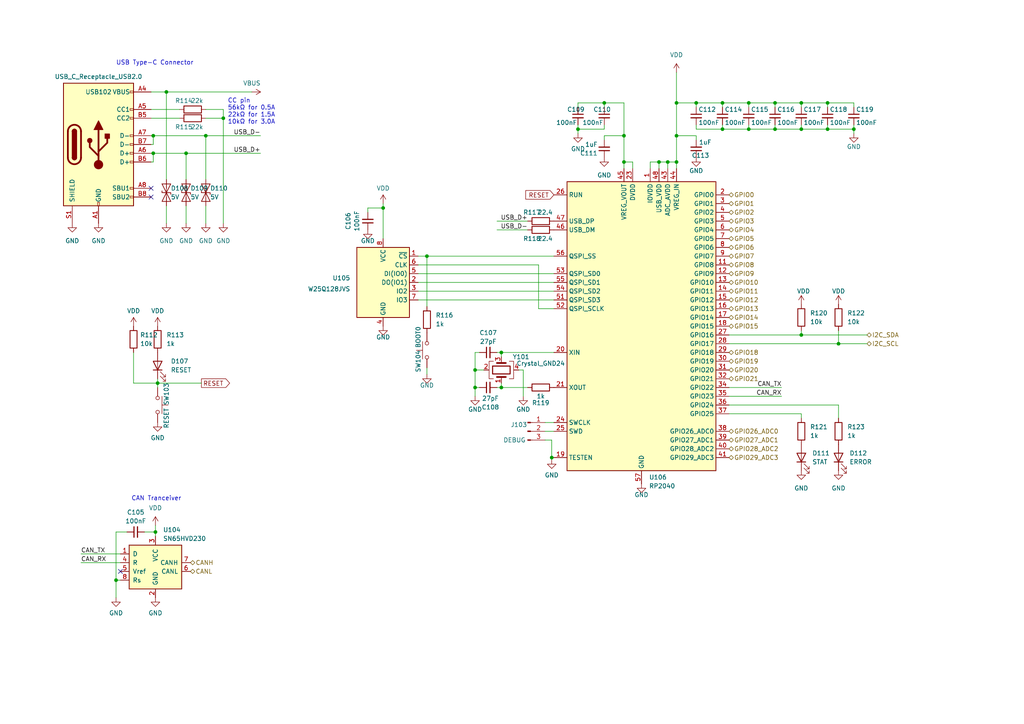
<source format=kicad_sch>
(kicad_sch (version 20231120) (generator "eeschema") (generator_version "8.0")
  (paper "A4")
  (lib_symbols
    (symbol "Connector:Conn_01x03_Pin" (pin_names (offset 1.016) hide)
      (property "Reference" "J" (at 0 5.08 0))
      (property "Value" "Conn_01x03_Pin" (at 0 -5.08 0))
      (symbol "Conn_01x03_Pin_1_1"
        (polyline (pts (xy 1.27 -2.54) (xy 0.8636 -2.54)) (stroke (width 0.1524)))
        (polyline (pts (xy 1.27 0) (xy 0.8636 0)) (stroke (width 0.1524)))
        (polyline (pts (xy 1.27 2.54) (xy 0.8636 2.54)) (stroke (width 0.1524)))
        (rectangle (start 0.8636 -2.413) (end 0 -2.667) (stroke (width 0.1524)) (fill (type outline)))
        (rectangle (start 0.8636 0.127) (end 0 -0.127) (stroke (width 0.1524)) (fill (type outline)))
        (rectangle (start 0.8636 2.667) (end 0 2.413) (stroke (width 0.1524)) (fill (type outline)))
        (pin passive line (at 5.08 2.54 180) (length 3.81) (name "Pin_1") (number "1"))
        (pin passive line (at 5.08 0 180) (length 3.81) (name "Pin_2") (number "2"))
        (pin passive line (at 5.08 -2.54 180) (length 3.81) (name "Pin_3") (number "3"))
      )
    )
    (symbol "Connector:USB_C_Receptacle_USB2.0" (pin_names (offset 1.016))
      (property "Reference" "J" (at -10.16 19.05 0))
      (property "Value" "USB_C_Receptacle_USB2.0" (at 19.05 19.05 0))
      (symbol "USB_C_Receptacle_USB2.0_0_0"
        (rectangle (start -0.254 -17.78) (end 0.254 -16.764))
        (rectangle (start 10.16 -14.986) (end 9.144 -15.494))
        (rectangle (start 10.16 -12.446) (end 9.144 -12.954))
        (rectangle (start 10.16 -4.826) (end 9.144 -5.334))
        (rectangle (start 10.16 -2.286) (end 9.144 -2.794))
        (rectangle (start 10.16 0.254) (end 9.144 -0.254))
        (rectangle (start 10.16 2.794) (end 9.144 2.286))
        (rectangle (start 10.16 7.874) (end 9.144 7.366))
        (rectangle (start 10.16 10.414) (end 9.144 9.906))
        (rectangle (start 10.16 15.494) (end 9.144 14.986))
      )
      (symbol "USB_C_Receptacle_USB2.0_0_1"
        (rectangle (start -10.16 17.78) (end 10.16 -17.78) (stroke (width 0.254)) (fill (type background)))
        (arc (start -8.89 -3.81) (mid -6.985 -5.7067) (end -5.08 -3.81) (stroke (width 0.508)))
        (arc (start -7.62 -3.81) (mid -6.985 -4.4423) (end -6.35 -3.81) (stroke (width 0.254)))
        (arc (start -7.62 -3.81) (mid -6.985 -4.4423) (end -6.35 -3.81) (stroke (width 0.254)) (fill (type outline)))
        (rectangle (start -7.62 -3.81) (end -6.35 3.81) (stroke (width 0.254)) (fill (type outline)))
        (arc (start -6.35 3.81) (mid -6.985 4.4423) (end -7.62 3.81) (stroke (width 0.254)))
        (arc (start -6.35 3.81) (mid -6.985 4.4423) (end -7.62 3.81) (stroke (width 0.254)) (fill (type outline)))
        (arc (start -5.08 3.81) (mid -6.985 5.7067) (end -8.89 3.81) (stroke (width 0.508)))
        (circle (center -2.54 1.143) (radius 0.635) (stroke (width 0.254)) (fill (type outline)))
        (circle (center 0 -5.842) (radius 1.27) (fill (type outline)))
        (polyline (pts (xy -8.89 -3.81) (xy -8.89 3.81)) (stroke (width 0.508)))
        (polyline (pts (xy -5.08 3.81) (xy -5.08 -3.81)) (stroke (width 0.508)))
        (polyline (pts (xy 0 -5.842) (xy 0 4.318)) (stroke (width 0.508)))
        (polyline (pts (xy 0 -3.302) (xy -2.54 -0.762) (xy -2.54 0.508)) (stroke (width 0.508)))
        (polyline (pts (xy 0 -2.032) (xy 2.54 0.508) (xy 2.54 1.778)) (stroke (width 0.508)))
        (polyline (pts (xy -1.27 4.318) (xy 0 6.858) (xy 1.27 4.318) (xy -1.27 4.318)) (stroke (width 0.254)) (fill (type outline)))
        (rectangle (start 1.905 1.778) (end 3.175 3.048) (stroke (width 0.254)) (fill (type outline)))
      )
      (symbol "USB_C_Receptacle_USB2.0_1_1"
        (pin passive line (at 0 -22.86 90) (length 5.08) (name "GND") (number "A1"))
        (pin passive line (at 0 -22.86 90) (length 5.08) hide (name "GND") (number "A12"))
        (pin passive line (at 15.24 15.24 180) (length 5.08) (name "VBUS") (number "A4"))
        (pin bidirectional line (at 15.24 10.16 180) (length 5.08) (name "CC1") (number "A5"))
        (pin bidirectional line (at 15.24 -2.54 180) (length 5.08) (name "D+") (number "A6"))
        (pin bidirectional line (at 15.24 2.54 180) (length 5.08) (name "D-") (number "A7"))
        (pin bidirectional line (at 15.24 -12.7 180) (length 5.08) (name "SBU1") (number "A8"))
        (pin passive line (at 15.24 15.24 180) (length 5.08) hide (name "VBUS") (number "A9"))
        (pin passive line (at 0 -22.86 90) (length 5.08) hide (name "GND") (number "B1"))
        (pin passive line (at 0 -22.86 90) (length 5.08) hide (name "GND") (number "B12"))
        (pin passive line (at 15.24 15.24 180) (length 5.08) hide (name "VBUS") (number "B4"))
        (pin bidirectional line (at 15.24 7.62 180) (length 5.08) (name "CC2") (number "B5"))
        (pin bidirectional line (at 15.24 -5.08 180) (length 5.08) (name "D+") (number "B6"))
        (pin bidirectional line (at 15.24 0 180) (length 5.08) (name "D-") (number "B7"))
        (pin bidirectional line (at 15.24 -15.24 180) (length 5.08) (name "SBU2") (number "B8"))
        (pin passive line (at 15.24 15.24 180) (length 5.08) hide (name "VBUS") (number "B9"))
        (pin passive line (at -7.62 -22.86 90) (length 5.08) (name "SHIELD") (number "S1"))
      )
    )
    (symbol "Device:C_Small" (pin_numbers hide) (pin_names (offset 0.254) hide)
      (property "Reference" "C" (at 0.254 1.778 0))
      (property "Value" "C_Small" (at 0.254 -2.032 0))
      (symbol "C_Small_0_1"
        (polyline (pts (xy -1.524 -0.508) (xy 1.524 -0.508)) (stroke (width 0.3302)))
        (polyline (pts (xy -1.524 0.508) (xy 1.524 0.508)) (stroke (width 0.3048)))
      )
      (symbol "C_Small_1_1"
        (pin passive line (at 0 2.54 270) (length 2.032) (name "~") (number "1"))
        (pin passive line (at 0 -2.54 90) (length 2.032) (name "~") (number "2"))
      )
    )
    (symbol "Device:Crystal_GND24" (pin_names (offset 1.016) hide)
      (property "Reference" "Y" (at 3.175 5.08 0))
      (property "Value" "Crystal_GND24" (at 3.175 3.175 0))
      (symbol "Crystal_GND24_0_1"
        (rectangle (start -1.143 2.54) (end 1.143 -2.54) (stroke (width 0.3048)))
        (polyline (pts (xy -2.54 0) (xy -2.032 0)))
        (polyline (pts (xy -2.032 -1.27) (xy -2.032 1.27)) (stroke (width 0.508)))
        (polyline (pts (xy 0 -3.81) (xy 0 -3.556)))
        (polyline (pts (xy 0 3.556) (xy 0 3.81)))
        (polyline (pts (xy 2.032 -1.27) (xy 2.032 1.27)) (stroke (width 0.508)))
        (polyline (pts (xy 2.032 0) (xy 2.54 0)))
        (polyline (pts (xy -2.54 -2.286) (xy -2.54 -3.556) (xy 2.54 -3.556) (xy 2.54 -2.286)))
        (polyline (pts (xy -2.54 2.286) (xy -2.54 3.556) (xy 2.54 3.556) (xy 2.54 2.286)))
      )
      (symbol "Crystal_GND24_1_1"
        (pin passive line (at -3.81 0 0) (length 1.27) (name "1") (number "1"))
        (pin passive line (at 0 5.08 270) (length 1.27) (name "2") (number "2"))
        (pin passive line (at 3.81 0 180) (length 1.27) (name "3") (number "3"))
        (pin passive line (at 0 -5.08 90) (length 1.27) (name "4") (number "4"))
      )
    )
    (symbol "Device:LED" (pin_numbers hide) (pin_names (offset 1.016) hide)
      (property "Reference" "D" (at 0 2.54 0))
      (property "Value" "LED" (at 0 -2.54 0))
      (symbol "LED_0_1"
        (polyline (pts (xy -1.27 -1.27) (xy -1.27 1.27)) (stroke (width 0.254)))
        (polyline (pts (xy -1.27 0) (xy 1.27 0)))
        (polyline (pts (xy 1.27 -1.27) (xy 1.27 1.27) (xy -1.27 0) (xy 1.27 -1.27)) (stroke (width 0.254)))
        (polyline (pts (xy -3.048 -0.762) (xy -4.572 -2.286) (xy -3.81 -2.286) (xy -4.572 -2.286) (xy -4.572 -1.524)))
        (polyline (pts (xy -1.778 -0.762) (xy -3.302 -2.286) (xy -2.54 -2.286) (xy -3.302 -2.286) (xy -3.302 -1.524)))
      )
      (symbol "LED_1_1"
        (pin passive line (at -3.81 0 0) (length 2.54) (name "K") (number "1"))
        (pin passive line (at 3.81 0 180) (length 2.54) (name "A") (number "2"))
      )
    )
    (symbol "Device:R" (pin_numbers hide) (pin_names (offset 0))
      (property "Reference" "R" (at 2.032 0 90))
      (property "Value" "R" (at 0 0 90))
      (symbol "R_0_1"
        (rectangle (start -1.016 -2.54) (end 1.016 2.54) (stroke (width 0.254)))
      )
      (symbol "R_1_1"
        (pin passive line (at 0 3.81 270) (length 1.27) (name "~") (number "1"))
        (pin passive line (at 0 -3.81 90) (length 1.27) (name "~") (number "2"))
      )
    )
    (symbol "Diode:ESD9B5.0ST5G" (pin_numbers hide) (pin_names (offset 1.016) hide)
      (property "Reference" "D" (at 0 2.54 0))
      (property "Value" "ESD9B5.0ST5G" (at 0 -2.54 0))
      (symbol "ESD9B5.0ST5G_0_1"
        (polyline (pts (xy 1.27 0) (xy -1.27 0)))
        (polyline (pts (xy -2.54 -1.27) (xy 0 0) (xy -2.54 1.27) (xy -2.54 -1.27)) (stroke (width 0.2032)))
        (polyline (pts (xy 0.508 1.27) (xy 0 1.27) (xy 0 -1.27) (xy -0.508 -1.27)) (stroke (width 0.2032)))
        (polyline (pts (xy 2.54 1.27) (xy 2.54 -1.27) (xy 0 0) (xy 2.54 1.27)) (stroke (width 0.2032)))
      )
      (symbol "ESD9B5.0ST5G_1_1"
        (pin passive line (at -3.81 0 0) (length 2.54) (name "A1") (number "1"))
        (pin passive line (at 3.81 0 180) (length 2.54) (name "A2") (number "2"))
      )
    )
    (symbol "Interface_CAN_LIN:SN65HVD230" (pin_names (offset 1.016))
      (property "Reference" "U" (at -2.54 10.16 0))
      (property "Value" "SN65HVD230" (at -2.54 7.62 0))
      (symbol "SN65HVD230_0_1"
        (rectangle (start -7.62 5.08) (end 7.62 -7.62) (stroke (width 0.254)) (fill (type background)))
      )
      (symbol "SN65HVD230_1_1"
        (pin input line (at -10.16 2.54 0) (length 2.54) (name "D") (number "1"))
        (pin power_in line (at 0 -10.16 90) (length 2.54) (name "GND") (number "2"))
        (pin power_in line (at 0 7.62 270) (length 2.54) (name "VCC") (number "3"))
        (pin output line (at -10.16 0 0) (length 2.54) (name "R") (number "4"))
        (pin output line (at -10.16 -2.54 0) (length 2.54) (name "Vref") (number "5"))
        (pin bidirectional line (at 10.16 -2.54 180) (length 2.54) (name "CANL") (number "6"))
        (pin bidirectional line (at 10.16 0 180) (length 2.54) (name "CANH") (number "7"))
        (pin input line (at -10.16 -5.08 0) (length 2.54) (name "Rs") (number "8"))
      )
    )
    (symbol "MCU_RaspberryPi:RP2040"
      (property "Reference" "U" (at 17.78 45.72 0))
      (property "Value" "RP2040" (at 17.78 43.18 0))
      (symbol "RP2040_0_1"
        (rectangle (start -21.59 41.91) (end 21.59 -41.91) (stroke (width 0.254)) (fill (type background)))
      )
      (symbol "RP2040_1_1"
        (pin power_in line (at 2.54 45.72 270) (length 3.81) (name "IOVDD") (number "1"))
        (pin passive line (at 2.54 45.72 270) (length 3.81) hide (name "IOVDD") (number "10"))
        (pin bidirectional line (at 25.4 17.78 180) (length 3.81) (name "GPIO8") (number "11"))
        (pin bidirectional line (at 25.4 15.24 180) (length 3.81) (name "GPIO9") (number "12"))
        (pin bidirectional line (at 25.4 12.7 180) (length 3.81) (name "GPIO10") (number "13"))
        (pin bidirectional line (at 25.4 10.16 180) (length 3.81) (name "GPIO11") (number "14"))
        (pin bidirectional line (at 25.4 7.62 180) (length 3.81) (name "GPIO12") (number "15"))
        (pin bidirectional line (at 25.4 5.08 180) (length 3.81) (name "GPIO13") (number "16"))
        (pin bidirectional line (at 25.4 2.54 180) (length 3.81) (name "GPIO14") (number "17"))
        (pin bidirectional line (at 25.4 0 180) (length 3.81) (name "GPIO15") (number "18"))
        (pin input line (at -25.4 -38.1 0) (length 3.81) (name "TESTEN") (number "19"))
        (pin bidirectional line (at 25.4 38.1 180) (length 3.81) (name "GPIO0") (number "2"))
        (pin input line (at -25.4 -7.62 0) (length 3.81) (name "XIN") (number "20"))
        (pin passive line (at -25.4 -17.78 0) (length 3.81) (name "XOUT") (number "21"))
        (pin passive line (at 2.54 45.72 270) (length 3.81) hide (name "IOVDD") (number "22"))
        (pin power_in line (at -2.54 45.72 270) (length 3.81) (name "DVDD") (number "23"))
        (pin input line (at -25.4 -27.94 0) (length 3.81) (name "SWCLK") (number "24"))
        (pin bidirectional line (at -25.4 -30.48 0) (length 3.81) (name "SWD") (number "25"))
        (pin input line (at -25.4 38.1 0) (length 3.81) (name "RUN") (number "26"))
        (pin bidirectional line (at 25.4 -2.54 180) (length 3.81) (name "GPIO16") (number "27"))
        (pin bidirectional line (at 25.4 -5.08 180) (length 3.81) (name "GPIO17") (number "28"))
        (pin bidirectional line (at 25.4 -7.62 180) (length 3.81) (name "GPIO18") (number "29"))
        (pin bidirectional line (at 25.4 35.56 180) (length 3.81) (name "GPIO1") (number "3"))
        (pin bidirectional line (at 25.4 -10.16 180) (length 3.81) (name "GPIO19") (number "30"))
        (pin bidirectional line (at 25.4 -12.7 180) (length 3.81) (name "GPIO20") (number "31"))
        (pin bidirectional line (at 25.4 -15.24 180) (length 3.81) (name "GPIO21") (number "32"))
        (pin passive line (at 2.54 45.72 270) (length 3.81) hide (name "IOVDD") (number "33"))
        (pin bidirectional line (at 25.4 -17.78 180) (length 3.81) (name "GPIO22") (number "34"))
        (pin bidirectional line (at 25.4 -20.32 180) (length 3.81) (name "GPIO23") (number "35"))
        (pin bidirectional line (at 25.4 -22.86 180) (length 3.81) (name "GPIO24") (number "36"))
        (pin bidirectional line (at 25.4 -25.4 180) (length 3.81) (name "GPIO25") (number "37"))
        (pin bidirectional line (at 25.4 -30.48 180) (length 3.81) (name "GPIO26_ADC0") (number "38"))
        (pin bidirectional line (at 25.4 -33.02 180) (length 3.81) (name "GPIO27_ADC1") (number "39"))
        (pin bidirectional line (at 25.4 33.02 180) (length 3.81) (name "GPIO2") (number "4"))
        (pin bidirectional line (at 25.4 -35.56 180) (length 3.81) (name "GPIO28_ADC2") (number "40"))
        (pin bidirectional line (at 25.4 -38.1 180) (length 3.81) (name "GPIO29_ADC3") (number "41"))
        (pin passive line (at 2.54 45.72 270) (length 3.81) hide (name "IOVDD") (number "42"))
        (pin power_in line (at 7.62 45.72 270) (length 3.81) (name "ADC_AVDD") (number "43"))
        (pin power_in line (at 10.16 45.72 270) (length 3.81) (name "VREG_IN") (number "44"))
        (pin power_out line (at -5.08 45.72 270) (length 3.81) (name "VREG_VOUT") (number "45"))
        (pin bidirectional line (at -25.4 27.94 0) (length 3.81) (name "USB_DM") (number "46"))
        (pin bidirectional line (at -25.4 30.48 0) (length 3.81) (name "USB_DP") (number "47"))
        (pin power_in line (at 5.08 45.72 270) (length 3.81) (name "USB_VDD") (number "48"))
        (pin passive line (at 2.54 45.72 270) (length 3.81) hide (name "IOVDD") (number "49"))
        (pin bidirectional line (at 25.4 30.48 180) (length 3.81) (name "GPIO3") (number "5"))
        (pin passive line (at -2.54 45.72 270) (length 3.81) hide (name "DVDD") (number "50"))
        (pin bidirectional line (at -25.4 7.62 0) (length 3.81) (name "QSPI_SD3") (number "51"))
        (pin output line (at -25.4 5.08 0) (length 3.81) (name "QSPI_SCLK") (number "52"))
        (pin bidirectional line (at -25.4 15.24 0) (length 3.81) (name "QSPI_SD0") (number "53"))
        (pin bidirectional line (at -25.4 10.16 0) (length 3.81) (name "QSPI_SD2") (number "54"))
        (pin bidirectional line (at -25.4 12.7 0) (length 3.81) (name "QSPI_SD1") (number "55"))
        (pin bidirectional line (at -25.4 20.32 0) (length 3.81) (name "QSPI_SS") (number "56"))
        (pin power_in line (at 0 -45.72 90) (length 3.81) (name "GND") (number "57"))
        (pin bidirectional line (at 25.4 27.94 180) (length 3.81) (name "GPIO4") (number "6"))
        (pin bidirectional line (at 25.4 25.4 180) (length 3.81) (name "GPIO5") (number "7"))
        (pin bidirectional line (at 25.4 22.86 180) (length 3.81) (name "GPIO6") (number "8"))
        (pin bidirectional line (at 25.4 20.32 180) (length 3.81) (name "GPIO7") (number "9"))
      )
    )
    (symbol "Memory_Flash:W25Q128JVS"
      (property "Reference" "U" (at -8.89 8.89 0))
      (property "Value" "W25Q128JVS" (at 7.62 8.89 0))
      (symbol "W25Q128JVS_0_1"
        (rectangle (start -7.62 10.16) (end 7.62 -10.16) (stroke (width 0.254)) (fill (type background)))
      )
      (symbol "W25Q128JVS_1_1"
        (pin input line (at -10.16 7.62 0) (length 2.54) (name "~{CS}") (number "1"))
        (pin bidirectional line (at -10.16 0 0) (length 2.54) (name "DO(IO1)") (number "2"))
        (pin bidirectional line (at -10.16 -2.54 0) (length 2.54) (name "IO2") (number "3"))
        (pin power_in line (at 0 -12.7 90) (length 2.54) (name "GND") (number "4"))
        (pin bidirectional line (at -10.16 2.54 0) (length 2.54) (name "DI(IO0)") (number "5"))
        (pin input line (at -10.16 5.08 0) (length 2.54) (name "CLK") (number "6"))
        (pin bidirectional line (at -10.16 -5.08 0) (length 2.54) (name "IO3") (number "7"))
        (pin power_in line (at 0 12.7 270) (length 2.54) (name "VCC") (number "8"))
      )
    )
    (symbol "Switch:SW_Push" (pin_numbers hide) (pin_names (offset 1.016) hide)
      (property "Reference" "SW" (at 1.27 2.54 0))
      (property "Value" "SW_Push" (at 0 -1.524 0))
      (symbol "SW_Push_0_1"
        (circle (center -2.032 0) (radius 0.508))
        (polyline (pts (xy 0 1.27) (xy 0 3.048)))
        (polyline (pts (xy 2.54 1.27) (xy -2.54 1.27)))
        (circle (center 2.032 0) (radius 0.508))
        (pin passive line (at -5.08 0 0) (length 2.54) (name "1") (number "1"))
        (pin passive line (at 5.08 0 180) (length 2.54) (name "2") (number "2"))
      )
    )
    (symbol "power:GND" (power) (pin_names (offset 0))
      (property "Value" "GND" (at 0 -3.81 0))
      (symbol "GND_0_1"
        (polyline (pts (xy 0 0) (xy 0 -1.27) (xy 1.27 -1.27) (xy 0 -2.54) (xy -1.27 -1.27) (xy 0 -1.27)))
      )
      (symbol "GND_1_1"
        (pin power_in line (at 0 0 270) (length 0) hide (name "GND") (number "1"))
      )
    )
    (symbol "power:VBUS" (power) (pin_names (offset 0))
      (property "Value" "VBUS" (at 0 3.81 0))
      (symbol "VBUS_0_1"
        (polyline (pts (xy -0.762 1.27) (xy 0 2.54)))
        (polyline (pts (xy 0 0) (xy 0 2.54)))
        (polyline (pts (xy 0 2.54) (xy 0.762 1.27)))
      )
      (symbol "VBUS_1_1"
        (pin power_in line (at 0 0 90) (length 0) hide (name "VBUS") (number "1"))
      )
    )
    (symbol "power:VDD" (power) (pin_names (offset 0))
      (property "Value" "VDD" (at 0 3.81 0))
      (symbol "VDD_0_1"
        (polyline (pts (xy -0.762 1.27) (xy 0 2.54)))
        (polyline (pts (xy 0 0) (xy 0 2.54)))
        (polyline (pts (xy 0 2.54) (xy 0.762 1.27)))
      )
      (symbol "VDD_1_1"
        (pin power_in line (at 0 0 90) (length 0) hide (name "VDD") (number "1"))
      )
    )
  )
  (junction (at 160.02 132.715))
  (junction (at 240.03 29.845))
  (junction (at 224.79 29.845))
  (junction (at 240.03 37.465))
  (junction (at 167.64 37.465))
  (junction (at 247.65 37.465))
  (junction (at 191.135 46.99))
  (junction (at 111.125 60.325))
  (junction (at 137.795 107.315))
  (junction (at 196.215 29.845))
  (junction (at 145.415 112.395))
  (junction (at 45.085 154.305))
  (junction (at 45.72 111.125))
  (junction (at 59.69 39.37))
  (junction (at 232.41 29.845))
  (junction (at 196.215 46.99))
  (junction (at 243.205 99.695))
  (junction (at 44.45 44.45))
  (junction (at 201.93 29.845))
  (junction (at 145.415 102.235))
  (junction (at 180.975 46.99))
  (junction (at 193.675 46.99))
  (junction (at 53.975 44.45))
  (junction (at 224.79 37.465))
  (junction (at 209.55 29.845))
  (junction (at 175.26 29.845))
  (junction (at 232.41 37.465))
  (junction (at 196.215 39.37))
  (junction (at 180.975 39.37))
  (junction (at 209.55 37.465))
  (junction (at 44.45 39.37))
  (junction (at 217.17 29.845))
  (junction (at 48.26 26.67))
  (junction (at 123.825 74.295))
  (junction (at 64.77 34.29))
  (junction (at 232.41 97.155))
  (junction (at 33.655 168.275))
  (junction (at 217.17 37.465))
  (junction (at 137.795 112.395))
  (no_connect (at 34.925 165.735))
  (no_connect (at 43.815 57.15))
  (no_connect (at 43.815 54.61))
  (wire (pts (xy 196.215 29.845) (xy 201.93 29.845)))
  (wire (pts (xy 44.45 39.37) (xy 59.69 39.37)))
  (wire (pts (xy 191.135 46.99) (xy 191.135 48.895)))
  (wire (pts (xy 232.41 29.845) (xy 240.03 29.845)))
  (wire (pts (xy 23.495 163.195) (xy 34.925 163.195)))
  (wire (pts (xy 53.975 64.77) (xy 53.975 59.69)))
  (wire (pts (xy 106.68 61.595) (xy 106.68 60.325)))
  (wire (pts (xy 43.815 39.37) (xy 44.45 39.37)))
  (wire (pts (xy 240.03 29.845) (xy 247.65 29.845)))
  (wire (pts (xy 23.495 160.655) (xy 34.925 160.655)))
  (wire (pts (xy 232.41 37.465) (xy 224.79 37.465)))
  (wire (pts (xy 45.72 112.395) (xy 45.72 111.125)))
  (wire (pts (xy 158.115 125.095) (xy 160.655 125.095)))
  (wire (pts (xy 33.655 168.275) (xy 34.925 168.275)))
  (wire (pts (xy 144.145 102.235) (xy 145.415 102.235)))
  (wire (pts (xy 53.975 44.45) (xy 53.975 52.07)))
  (wire (pts (xy 167.64 29.845) (xy 175.26 29.845)))
  (wire (pts (xy 121.285 79.375) (xy 160.655 79.375)))
  (wire (pts (xy 43.815 46.99) (xy 44.45 46.99)))
  (wire (pts (xy 145.415 102.235) (xy 160.655 102.235)))
  (wire (pts (xy 59.69 64.77) (xy 59.69 59.69)))
  (wire (pts (xy 232.41 97.155) (xy 211.455 97.155)))
  (wire (pts (xy 139.065 102.235) (xy 137.795 102.235)))
  (wire (pts (xy 121.285 84.455) (xy 160.655 84.455)))
  (wire (pts (xy 211.455 117.475) (xy 243.205 117.475)))
  (wire (pts (xy 41.91 154.305) (xy 45.085 154.305)))
  (wire (pts (xy 193.675 46.99) (xy 193.675 48.895)))
  (wire (pts (xy 191.135 46.99) (xy 193.675 46.99)))
  (wire (pts (xy 48.26 26.67) (xy 43.815 26.67)))
  (wire (pts (xy 247.65 37.465) (xy 247.65 38.735)))
  (wire (pts (xy 44.45 41.91) (xy 44.45 39.37)))
  (wire (pts (xy 193.675 46.99) (xy 196.215 46.99)))
  (wire (pts (xy 59.69 31.75) (xy 64.77 31.75)))
  (wire (pts (xy 183.515 46.99) (xy 180.975 46.99)))
  (wire (pts (xy 217.17 29.845) (xy 217.17 31.115)))
  (wire (pts (xy 175.26 40.64) (xy 175.26 39.37)))
  (wire (pts (xy 196.215 39.37) (xy 201.93 39.37)))
  (wire (pts (xy 175.26 29.845) (xy 175.26 31.115)))
  (wire (pts (xy 75.565 44.45) (xy 53.975 44.45)))
  (wire (pts (xy 153.035 64.135) (xy 144.145 64.135)))
  (wire (pts (xy 196.215 29.845) (xy 196.215 39.37)))
  (wire (pts (xy 217.17 37.465) (xy 217.17 36.195)))
  (wire (pts (xy 188.595 48.895) (xy 188.595 46.99)))
  (wire (pts (xy 167.64 36.195) (xy 167.64 37.465)))
  (wire (pts (xy 44.45 46.99) (xy 44.45 44.45)))
  (wire (pts (xy 201.93 39.37) (xy 201.93 40.64)))
  (wire (pts (xy 52.07 31.75) (xy 43.815 31.75)))
  (wire (pts (xy 43.815 41.91) (xy 44.45 41.91)))
  (wire (pts (xy 137.795 112.395) (xy 139.065 112.395)))
  (wire (pts (xy 151.765 107.315) (xy 151.765 114.935)))
  (wire (pts (xy 64.77 31.75) (xy 64.77 34.29)))
  (wire (pts (xy 160.02 133.35) (xy 160.02 132.715)))
  (wire (pts (xy 33.655 168.275) (xy 33.655 154.305)))
  (wire (pts (xy 217.17 37.465) (xy 209.55 37.465)))
  (wire (pts (xy 73.025 26.67) (xy 48.26 26.67)))
  (wire (pts (xy 121.285 74.295) (xy 123.825 74.295)))
  (wire (pts (xy 150.495 107.315) (xy 151.765 107.315)))
  (wire (pts (xy 167.64 37.465) (xy 167.64 38.735)))
  (wire (pts (xy 247.65 29.845) (xy 247.65 31.115)))
  (wire (pts (xy 209.55 37.465) (xy 201.93 37.465)))
  (wire (pts (xy 144.145 112.395) (xy 145.415 112.395)))
  (wire (pts (xy 180.975 39.37) (xy 180.975 46.99)))
  (wire (pts (xy 111.125 59.055) (xy 111.125 60.325)))
  (wire (pts (xy 211.455 120.015) (xy 232.41 120.015)))
  (wire (pts (xy 38.735 111.125) (xy 45.72 111.125)))
  (wire (pts (xy 45.085 154.305) (xy 45.085 155.575)))
  (wire (pts (xy 232.41 95.885) (xy 232.41 97.155)))
  (wire (pts (xy 196.215 46.99) (xy 196.215 48.895)))
  (wire (pts (xy 123.825 74.295) (xy 160.655 74.295)))
  (wire (pts (xy 211.455 112.395) (xy 226.695 112.395)))
  (wire (pts (xy 123.825 74.295) (xy 123.825 88.9)))
  (wire (pts (xy 196.215 46.99) (xy 196.215 39.37)))
  (wire (pts (xy 167.64 31.115) (xy 167.64 29.845)))
  (wire (pts (xy 137.795 112.395) (xy 137.795 114.935)))
  (wire (pts (xy 123.825 108.585) (xy 123.825 106.68)))
  (wire (pts (xy 38.735 102.235) (xy 38.735 111.125)))
  (wire (pts (xy 58.42 111.125) (xy 45.72 111.125)))
  (wire (pts (xy 59.69 34.29) (xy 64.77 34.29)))
  (wire (pts (xy 247.65 37.465) (xy 240.03 37.465)))
  (wire (pts (xy 217.17 29.845) (xy 224.79 29.845)))
  (wire (pts (xy 45.085 152.4) (xy 45.085 154.305)))
  (wire (pts (xy 153.035 112.395) (xy 145.415 112.395)))
  (wire (pts (xy 240.03 37.465) (xy 240.03 36.195)))
  (wire (pts (xy 137.795 107.315) (xy 140.335 107.315)))
  (wire (pts (xy 226.695 114.935) (xy 211.455 114.935)))
  (wire (pts (xy 106.68 60.325) (xy 111.125 60.325)))
  (wire (pts (xy 153.035 66.675) (xy 144.145 66.675)))
  (wire (pts (xy 45.72 109.855) (xy 45.72 111.125)))
  (wire (pts (xy 232.41 121.285) (xy 232.41 120.015)))
  (wire (pts (xy 145.415 111.125) (xy 145.415 112.395)))
  (wire (pts (xy 180.975 29.845) (xy 180.975 39.37)))
  (wire (pts (xy 167.64 37.465) (xy 175.26 37.465)))
  (wire (pts (xy 251.46 99.695) (xy 243.205 99.695)))
  (wire (pts (xy 209.55 37.465) (xy 209.55 36.195)))
  (wire (pts (xy 175.26 29.845) (xy 180.975 29.845)))
  (wire (pts (xy 224.79 29.845) (xy 224.79 31.115)))
  (wire (pts (xy 158.115 122.555) (xy 160.655 122.555)))
  (wire (pts (xy 59.69 39.37) (xy 75.565 39.37)))
  (wire (pts (xy 209.55 29.845) (xy 217.17 29.845)))
  (wire (pts (xy 196.2 29.845) (xy 196.215 29.845)))
  (wire (pts (xy 175.26 37.465) (xy 175.26 36.195)))
  (wire (pts (xy 156.21 89.535) (xy 156.21 76.835)))
  (wire (pts (xy 48.26 64.77) (xy 48.26 59.69)))
  (wire (pts (xy 232.41 29.845) (xy 232.41 31.115)))
  (wire (pts (xy 59.69 39.37) (xy 59.69 52.07)))
  (wire (pts (xy 145.415 103.505) (xy 145.415 102.235)))
  (wire (pts (xy 180.975 46.99) (xy 180.975 48.895)))
  (wire (pts (xy 175.26 39.37) (xy 180.975 39.37)))
  (wire (pts (xy 121.285 86.995) (xy 160.655 86.995)))
  (wire (pts (xy 53.975 44.45) (xy 44.45 44.45)))
  (wire (pts (xy 209.55 29.845) (xy 209.55 31.115)))
  (wire (pts (xy 156.21 76.835) (xy 121.285 76.835)))
  (wire (pts (xy 247.65 36.195) (xy 247.65 37.465)))
  (wire (pts (xy 183.515 48.895) (xy 183.515 46.99)))
  (wire (pts (xy 137.795 102.235) (xy 137.795 107.315)))
  (wire (pts (xy 160.02 132.715) (xy 160.655 132.715)))
  (wire (pts (xy 251.46 97.155) (xy 232.41 97.155)))
  (wire (pts (xy 33.655 173.355) (xy 33.655 168.275)))
  (wire (pts (xy 240.03 29.845) (xy 240.03 31.115)))
  (wire (pts (xy 158.115 127.635) (xy 160.02 127.635)))
  (wire (pts (xy 111.125 60.325) (xy 111.125 69.215)))
  (wire (pts (xy 224.79 29.845) (xy 232.41 29.845)))
  (wire (pts (xy 243.205 95.885) (xy 243.205 99.695)))
  (wire (pts (xy 64.77 34.29) (xy 64.77 64.77)))
  (wire (pts (xy 160.655 89.535) (xy 156.21 89.535)))
  (wire (pts (xy 121.285 81.915) (xy 160.655 81.915)))
  (wire (pts (xy 201.93 29.845) (xy 209.55 29.845)))
  (wire (pts (xy 33.655 154.305) (xy 36.83 154.305)))
  (wire (pts (xy 196.2 21) (xy 196.2 29.845)))
  (wire (pts (xy 224.79 37.465) (xy 224.79 36.195)))
  (wire (pts (xy 137.795 107.315) (xy 137.795 112.395)))
  (wire (pts (xy 201.93 37.465) (xy 201.93 36.195)))
  (wire (pts (xy 48.26 26.67) (xy 48.26 52.07)))
  (wire (pts (xy 211.455 99.695) (xy 243.205 99.695)))
  (wire (pts (xy 160.02 127.635) (xy 160.02 132.715)))
  (wire (pts (xy 240.03 37.465) (xy 232.41 37.465)))
  (wire (pts (xy 232.41 37.465) (xy 232.41 36.195)))
  (wire (pts (xy 44.45 44.45) (xy 43.815 44.45)))
  (wire (pts (xy 188.595 46.99) (xy 191.135 46.99)))
  (wire (pts (xy 52.07 34.29) (xy 43.815 34.29)))
  (wire (pts (xy 224.79 37.465) (xy 217.17 37.465)))
  (wire (pts (xy 201.93 29.845) (xy 201.93 31.115)))
  (wire (pts (xy 243.205 117.475) (xy 243.205 121.285)))
  (text "CAN Tranceiver" (at 38.1 145.415 0) (effects (font (size 1.27 1.27)) (justify left bottom)))
  (text "USB Type-C Connector" (at 33.655 19.05 0) (effects (font (size 1.27 1.27)) (justify left bottom)))
  (text "CC pin\n56kΩ for 0.5A\n22kΩ for 1.5A\n10kΩ for 3.0A" (at 66.04 36.195 0) (effects (font (size 1.27 1.27)) (justify left bottom)))
  (label "USB_D-" (at 153.035 66.675 180))
  (label "CAN_RX" (at 226.695 114.935 180))
  (label "CAN_TX" (at 226.695 112.395 180))
  (label "CAN_RX" (at 23.495 163.195 0))
  (label "USB_D+" (at 153.035 64.135 180))
  (label "USB_D+" (at 75.565 44.45 180))
  (label "CAN_TX" (at 23.495 160.655 0))
  (label "USB_D-" (at 75.565 39.37 180))
  (global_label "RESET" (shape input) (at 160.655 56.515 180) (property "Intersheetrefs" "${INTERSHEET_REFS}" (effects (hide yes))))
  (global_label "RESET" (shape output) (at 58.42 111.125 0) (property "Intersheetrefs" "${INTERSHEET_REFS}" (effects (hide yes))))
  (hierarchical_label "GPIO1" (shape bidirectional) (at 211.455 59.055 0))
  (hierarchical_label "GPIO12" (shape bidirectional) (at 211.455 86.995 0))
  (hierarchical_label "GPIO20" (shape bidirectional) (at 211.455 107.315 0))
  (hierarchical_label "GPIO4" (shape bidirectional) (at 211.455 66.675 0))
  (hierarchical_label "GPIO28_ADC2" (shape bidirectional) (at 211.455 130.175 0))
  (hierarchical_label "GPIO14" (shape bidirectional) (at 211.455 92.075 0))
  (hierarchical_label "GPIO21" (shape bidirectional) (at 211.455 109.855 0))
  (hierarchical_label "GPIO0" (shape bidirectional) (at 211.455 56.515 0))
  (hierarchical_label "GPIO3" (shape bidirectional) (at 211.455 64.135 0))
  (hierarchical_label "GPIO11" (shape bidirectional) (at 211.455 84.455 0))
  (hierarchical_label "GPIO2" (shape bidirectional) (at 211.455 61.595 0))
  (hierarchical_label "GPIO27_ADC1" (shape bidirectional) (at 211.455 127.635 0))
  (hierarchical_label "CANL" (shape bidirectional) (at 55.245 165.735 0))
  (hierarchical_label "GPIO19" (shape bidirectional) (at 211.455 104.775 0))
  (hierarchical_label "CANH" (shape bidirectional) (at 55.245 163.195 0))
  (hierarchical_label "GPIO7" (shape bidirectional) (at 211.455 74.295 0))
  (hierarchical_label "GPIO8" (shape bidirectional) (at 211.455 76.835 0))
  (hierarchical_label "GPIO10" (shape bidirectional) (at 211.455 81.915 0))
  (hierarchical_label "GPIO29_ADC3" (shape bidirectional) (at 211.455 132.715 0))
  (hierarchical_label "GPIO5" (shape bidirectional) (at 211.455 69.215 0))
  (hierarchical_label "GPIO15" (shape bidirectional) (at 211.455 94.615 0))
  (hierarchical_label "I2C_SDA" (shape bidirectional) (at 251.46 97.155 0))
  (hierarchical_label "GPIO9" (shape bidirectional) (at 211.455 79.375 0))
  (hierarchical_label "GPIO6" (shape bidirectional) (at 211.455 71.755 0))
  (hierarchical_label "GPIO18" (shape bidirectional) (at 211.455 102.235 0))
  (hierarchical_label "GPIO13" (shape bidirectional) (at 211.455 89.535 0))
  (hierarchical_label "GPIO26_ADC0" (shape bidirectional) (at 211.455 125.095 0))
  (hierarchical_label "I2C_SCL" (shape bidirectional) (at 251.46 99.695 0))
  (symbol (lib_id "power:GND") (at 175.26 45.72 0) (unit 1)
    (property "Reference" "#PWR0146" (effects (hide yes)))
    (property "Value" "GND" (at 175.26 50.8 0))
  )
  (symbol (lib_id "Device:R") (at 156.845 66.675 90) (unit 1)
    (property "Reference" "R118" (at 154.305 69.215 90))
    (property "Value" "22.4" (at 158.115 69.215 90))
    (property "Footprint" "Resistor_SMD:R_0402_1005Metric" (effects (hide yes)))
    (property "LCSC" " C25092" (effects (hide yes)))
  )
  (symbol (lib_id "power:GND") (at 53.975 64.77 0) (unit 1)
    (property "Reference" "#PWR0134" (effects (hide yes)))
    (property "Value" "GND" (at 53.975 69.85 0))
  )
  (symbol (lib_id "Device:R") (at 55.88 34.29 90) (unit 1)
    (property "Reference" "R115" (at 53.34 36.83 90))
    (property "Value" "22k" (at 57.15 36.83 90))
    (property "Footprint" "Resistor_SMD:R_0402_1005Metric" (effects (hide yes)))
    (property "LCSC" " C25768" (effects (hide yes)))
  )
  (symbol (lib_id "power:GND") (at 160.02 133.35 0) (unit 1)
    (property "Reference" "#PWR0144" (effects (hide yes)))
    (property "Value" "GND" (at 160.02 137.795 0))
  )
  (symbol (lib_id "Device:R") (at 156.845 112.395 90) (unit 1)
    (property "Reference" "R119" (at 156.845 116.84 90))
    (property "Value" "1k" (at 156.845 114.935 90))
    (property "Footprint" "Resistor_SMD:R_0402_1005Metric" (effects (hide yes)))
    (property "LCSC" " C11702" (effects (hide yes)))
  )
  (symbol (lib_id "power:GND") (at 59.69 64.77 0) (unit 1)
    (property "Reference" "#PWR0135" (effects (hide yes)))
    (property "Value" "GND" (at 59.69 69.85 0))
  )
  (symbol (lib_id "power:GND") (at 247.65 38.735 0) (unit 1)
    (property "Reference" "#PWR0154" (effects (hide yes)))
    (property "Value" "GND" (at 247.65 42.545 0))
  )
  (symbol (lib_id "Device:R") (at 38.735 98.425 0) (unit 1)
    (property "Reference" "R112" (at 40.64 97.155 0) (effects (justify left)))
    (property "Value" "10k" (at 40.64 99.695 0) (effects (justify left)))
    (property "Footprint" "Resistor_SMD:R_0402_1005Metric" (effects (hide yes)))
    (property "LCSC" "C25744" (effects (hide yes)))
  )
  (symbol (lib_id "power:VDD") (at 243.205 88.265 0) (unit 1)
    (property "Reference" "#PWR0152" (effects (hide yes)))
    (property "Value" "VDD" (at 243.205 84.455 0))
  )
  (symbol (lib_id "Device:C_Small") (at 201.93 43.18 180) (unit 1)
    (property "Reference" "C113" (at 205.74 45.085 0) (effects (justify left)))
    (property "Value" "1uF" (at 206.375 41.275 0) (effects (justify left)))
    (property "Footprint" "Capacitor_SMD:C_0402_1005Metric" (effects (hide yes)))
    (property "LCSC" " C52923" (effects (hide yes)))
  )
  (symbol (lib_id "MCU_RaspberryPi:RP2040") (at 186.055 94.615 0) (unit 1)
    (property "Reference" "U106" (at 188.2491 138.43 0) (effects (justify left)))
    (property "Value" "RP2040" (at 188.2491 140.97 0) (effects (justify left)))
    (property "Footprint" "Package_DFN_QFN:QFN-56-1EP_7x7mm_P0.4mm_EP3.2x3.2mm" (effects (hide yes)))
    (property "Datasheet" "https://datasheets.raspberrypi.com/rp2040/rp2040-datasheet.pdf" (effects (hide yes)))
    (property "LCSC" " C2040" (effects (hide yes)))
  )
  (symbol (lib_id "Device:C_Small") (at 217.17 33.655 0) (unit 1)
    (property "Reference" "C115" (at 217.805 31.75 0) (effects (justify left)))
    (property "Value" "100nF" (at 217.805 35.56 0) (effects (justify left)))
    (property "Footprint" "Capacitor_SMD:C_0402_1005Metric" (effects (hide yes)))
    (property "LCSC" " C1525 " (effects (hide yes)))
  )
  (symbol (lib_id "Device:LED") (at 45.72 106.045 90) (unit 1)
    (property "Reference" "D107" (at 49.53 104.775 90) (effects (justify right)))
    (property "Value" "RESET" (at 49.53 107.315 90) (effects (justify right)))
    (property "Footprint" "LED_SMD:LED_0603_1608Metric" (effects (hide yes)))
    (property "LCSC" "C2296" (effects (hide yes)))
  )
  (symbol (lib_id "Device:C_Small") (at 240.03 33.655 0) (unit 1)
    (property "Reference" "C118" (at 240.665 31.75 0) (effects (justify left)))
    (property "Value" "100nF" (at 240.665 35.56 0) (effects (justify left)))
    (property "Footprint" "Capacitor_SMD:C_0402_1005Metric" (effects (hide yes)))
    (property "LCSC" " C1525 " (effects (hide yes)))
  )
  (symbol (lib_id "Device:C_Small") (at 39.37 154.305 90) (unit 1)
    (property "Reference" "C105" (at 39.37 148.59 90))
    (property "Value" "100nF" (at 39.37 151.13 90))
    (property "Footprint" "Capacitor_SMD:C_0402_1005Metric" (effects (hide yes)))
    (property "LCSC" " C1525 " (effects (hide yes)))
  )
  (symbol (lib_id "Device:C_Small") (at 232.41 33.655 0) (unit 1)
    (property "Reference" "C117" (at 233.045 31.75 0) (effects (justify left)))
    (property "Value" "100nF" (at 233.045 35.56 0) (effects (justify left)))
    (property "Footprint" "Capacitor_SMD:C_0402_1005Metric" (effects (hide yes)))
    (property "LCSC" " C1525 " (effects (hide yes)))
  )
  (symbol (lib_id "Device:C_Small") (at 141.605 112.395 90) (unit 1)
    (property "Reference" "C108" (at 142.24 118.11 90))
    (property "Value" "27pF" (at 142.24 115.57 90))
    (property "Footprint" "Capacitor_SMD:C_0402_1005Metric" (effects (hide yes)))
    (property "LCSC" " C346183" (effects (hide yes)))
  )
  (symbol (lib_id "power:GND") (at 232.41 136.525 0) (unit 1)
    (property "Reference" "#PWR0151" (effects (hide yes)))
    (property "Value" "GND" (at 232.41 141.605 0))
  )
  (symbol (lib_id "Device:C_Small") (at 247.65 33.655 0) (unit 1)
    (property "Reference" "C119" (at 248.285 31.75 0) (effects (justify left)))
    (property "Value" "100nF" (at 248.285 35.56 0) (effects (justify left)))
    (property "Footprint" "Capacitor_SMD:C_0402_1005Metric" (effects (hide yes)))
    (property "LCSC" " C1525 " (effects (hide yes)))
  )
  (symbol (lib_id "power:GND") (at 33.655 173.355 0) (unit 1)
    (property "Reference" "#PWR0127" (effects (hide yes)))
    (property "Value" "GND" (at 33.655 177.8 0))
  )
  (symbol (lib_id "power:GND") (at 64.77 64.77 0) (unit 1)
    (property "Reference" "#PWR0136" (effects (hide yes)))
    (property "Value" "GND" (at 64.77 69.85 0))
  )
  (symbol (lib_id "Switch:SW_Push") (at 45.72 117.475 270) (unit 1)
    (property "Reference" "SW103" (at 48.26 114.3 0))
    (property "Value" "RESET" (at 48.26 121.285 0))
    (property "Footprint" "WOBCLibrary:TVAF06-A020B-R" (effects (hide yes)))
    (property "LCSC" "C2296" (effects (hide yes)))
  )
  (symbol (lib_id "power:GND") (at 186.055 140.335 0) (unit 1)
    (property "Reference" "#PWR0147" (effects (hide yes)))
    (property "Value" "GND" (at 186.055 143.51 0))
  )
  (symbol (lib_id "Diode:ESD9B5.0ST5G") (at 48.26 55.88 90) (unit 1)
    (property "Reference" "D108" (at 49.53 54.61 90) (effects (justify right)))
    (property "Value" "5V" (at 49.53 57.15 90) (effects (justify right)))
    (property "Footprint" "Diode_SMD:D_SOD-882" (effects (hide yes)))
    (property "Datasheet" "https://www.onsemi.com/pub/Collateral/ESD9B-D.PDF" (effects (hide yes)))
    (property "LCSC" "C7420372" (effects (hide yes)))
  )
  (symbol (lib_id "power:VDD") (at 232.41 88.265 0) (unit 1)
    (property "Reference" "#PWR0150" (effects (hide yes)))
    (property "Value" "VDD" (at 233.045 84.455 0))
  )
  (symbol (lib_id "Device:LED") (at 243.205 132.715 90) (unit 1)
    (property "Reference" "D112" (at 246.38 131.445 90) (effects (justify right)))
    (property "Value" "ERROR" (at 246.38 133.985 90) (effects (justify right)))
    (property "Footprint" "LED_SMD:LED_0603_1608Metric" (effects (hide yes)))
    (property "LCSC" " C84256" (effects (hide yes)))
  )
  (symbol (lib_id "Device:C_Small") (at 167.64 33.655 0) (unit 1)
    (property "Reference" "C109" (at 164.465 31.75 0) (effects (justify left)))
    (property "Value" "100nF" (at 161.29 35.56 0) (effects (justify left)))
    (property "Footprint" "Capacitor_SMD:C_0402_1005Metric" (effects (hide yes)))
    (property "LCSC" " C1525 " (effects (hide yes)))
  )
  (symbol (lib_id "Diode:ESD9B5.0ST5G") (at 59.69 55.88 90) (unit 1)
    (property "Reference" "D110" (at 60.96 54.61 90) (effects (justify right)))
    (property "Value" "5V" (at 60.96 57.15 90) (effects (justify right)))
    (property "Footprint" "Diode_SMD:D_SOD-882" (effects (hide yes)))
    (property "Datasheet" "https://www.onsemi.com/pub/Collateral/ESD9B-D.PDF" (effects (hide yes)))
    (property "LCSC" "C7420372" (effects (hide yes)))
  )
  (symbol (lib_id "Device:R") (at 243.205 92.075 0) (unit 1)
    (property "Reference" "R122" (at 245.745 90.805 0) (effects (justify left)))
    (property "Value" "10k" (at 245.745 93.345 0) (effects (justify left)))
    (property "Footprint" "Resistor_SMD:R_0402_1005Metric" (effects (hide yes)))
    (property "LCSC" "C25744" (effects (hide yes)))
  )
  (symbol (lib_id "power:GND") (at 28.575 64.77 0) (unit 1)
    (property "Reference" "#PWR0126" (effects (hide yes)))
    (property "Value" "GND" (at 28.575 69.85 0))
  )
  (symbol (lib_id "Device:R") (at 243.205 125.095 0) (unit 1)
    (property "Reference" "R123" (at 245.745 123.825 0) (effects (justify left)))
    (property "Value" "1k" (at 245.745 126.365 0) (effects (justify left)))
    (property "Footprint" "Resistor_SMD:R_0402_1005Metric" (effects (hide yes)))
    (property "LCSC" " C11702" (effects (hide yes)))
  )
  (symbol (lib_id "Device:C_Small") (at 175.26 43.18 180) (unit 1)
    (property "Reference" "C111" (at 173.355 44.45 0) (effects (justify left)))
    (property "Value" "1uF" (at 173.355 41.91 0) (effects (justify left)))
    (property "Footprint" "Capacitor_SMD:C_0402_1005Metric" (effects (hide yes)))
    (property "LCSC" " C52923" (effects (hide yes)))
  )
  (symbol (lib_id "Device:R") (at 45.72 98.425 0) (unit 1)
    (property "Reference" "R113" (at 48.26 97.155 0) (effects (justify left)))
    (property "Value" "1k" (at 48.26 99.695 0) (effects (justify left)))
    (property "Footprint" "Resistor_SMD:R_0402_1005Metric" (effects (hide yes)))
    (property "LCSC" " C11702" (effects (hide yes)))
  )
  (symbol (lib_id "Device:LED") (at 232.41 132.715 90) (unit 1)
    (property "Reference" "D111" (at 235.585 131.445 90) (effects (justify right)))
    (property "Value" "STAT" (at 235.585 133.985 90) (effects (justify right)))
    (property "Footprint" "LED_SMD:LED_0603_1608Metric" (effects (hide yes)))
    (property "LCSC" "C2297" (effects (hide yes)))
  )
  (symbol (lib_id "power:VBUS") (at 73.025 26.67 270) (unit 1)
    (property "Reference" "#PWR0137" (effects (hide yes)))
    (property "Value" "VBUS" (at 70.485 24.13 90) (effects (justify left)))
  )
  (symbol (lib_id "Device:R") (at 55.88 31.75 90) (unit 1)
    (property "Reference" "R114" (at 53.34 29.21 90))
    (property "Value" "22k" (at 57.15 29.21 90))
    (property "Footprint" "Resistor_SMD:R_0402_1005Metric" (effects (hide yes)))
    (property "LCSC" " C25768" (effects (hide yes)))
  )
  (symbol (lib_id "power:VDD") (at 45.72 94.615 0) (unit 1)
    (property "Reference" "#PWR0131" (effects (hide yes)))
    (property "Value" "VDD" (at 45.72 90.17 0))
  )
  (symbol (lib_id "Device:C_Small") (at 224.79 33.655 0) (unit 1)
    (property "Reference" "C116" (at 225.425 31.75 0) (effects (justify left)))
    (property "Value" "100nF" (at 225.425 35.56 0) (effects (justify left)))
    (property "Footprint" "Capacitor_SMD:C_0402_1005Metric" (effects (hide yes)))
    (property "LCSC" " C1525 " (effects (hide yes)))
  )
  (symbol (lib_id "power:GND") (at 45.085 173.355 0) (unit 1)
    (property "Reference" "#PWR0130" (effects (hide yes)))
    (property "Value" "GND" (at 45.085 177.8 0))
  )
  (symbol (lib_id "power:GND") (at 201.93 45.72 0) (unit 1)
    (property "Reference" "#PWR0149" (effects (hide yes)))
    (property "Value" "GND" (at 201.93 49.53 0))
  )
  (symbol (lib_id "power:GND") (at 137.795 114.935 0) (unit 1)
    (property "Reference" "#PWR0142" (effects (hide yes)))
    (property "Value" "GND" (at 137.795 118.745 0))
  )
  (symbol (lib_id "Device:R") (at 232.41 125.095 0) (unit 1)
    (property "Reference" "R121" (at 234.95 123.825 0) (effects (justify left)))
    (property "Value" "1k" (at 234.95 126.365 0) (effects (justify left)))
    (property "Footprint" "Resistor_SMD:R_0402_1005Metric" (effects (hide yes)))
    (property "LCSC" " C11702" (effects (hide yes)))
  )
  (symbol (lib_id "Switch:SW_Push") (at 123.825 101.6 90) (unit 1)
    (property "Reference" "SW104" (at 121.285 104.775 0))
    (property "Value" "BOOT0" (at 121.285 97.79 0))
    (property "Footprint" "WOBCLibrary:TVAF06-A020B-R" (effects (hide yes)))
    (property "LCSC" "C720477" (effects (hide yes)))
  )
  (symbol (lib_id "Device:C_Small") (at 201.93 33.655 0) (unit 1)
    (property "Reference" "C112" (at 202.565 31.75 0) (effects (justify left)))
    (property "Value" "100nF" (at 202.565 35.56 0) (effects (justify left)))
    (property "Footprint" "Capacitor_SMD:C_0402_1005Metric" (effects (hide yes)))
    (property "LCSC" " C1525 " (effects (hide yes)))
  )
  (symbol (lib_id "Device:C_Small") (at 106.68 64.135 180) (unit 1)
    (property "Reference" "C106" (at 100.965 64.135 90))
    (property "Value" "100nF" (at 103.505 64.135 90))
    (property "Footprint" "Capacitor_SMD:C_0402_1005Metric" (effects (hide yes)))
    (property "LCSC" " C1525 " (effects (hide yes)))
  )
  (symbol (lib_id "power:GND") (at 243.205 136.525 0) (unit 1)
    (property "Reference" "#PWR0153" (effects (hide yes)))
    (property "Value" "GND" (at 243.205 141.605 0))
  )
  (symbol (lib_id "Device:Crystal_GND24") (at 145.415 107.315 90) (unit 1)
    (property "Reference" "Y101" (at 151.13 103.505 90))
    (property "Value" "Crystal_GND24" (at 156.845 105.41 90))
    (property "Footprint" "Crystal:Crystal_SMD_3225-4Pin_3.2x2.5mm" (effects (hide yes)))
    (property "LCSC" " C9002" (effects (hide yes)))
  )
  (symbol (lib_id "Device:R") (at 232.41 92.075 0) (unit 1)
    (property "Reference" "R120" (at 234.95 90.805 0) (effects (justify left)))
    (property "Value" "10k" (at 234.95 93.345 0) (effects (justify left)))
    (property "Footprint" "Resistor_SMD:R_0402_1005Metric" (effects (hide yes)))
    (property "LCSC" "C25744" (effects (hide yes)))
  )
  (symbol (lib_id "power:GND") (at 45.72 122.555 0) (unit 1)
    (property "Reference" "#PWR0132" (effects (hide yes)))
    (property "Value" "GND" (at 45.72 127 0))
  )
  (symbol (lib_id "Connector:USB_C_Receptacle_USB2.0") (at 28.575 41.91 0) (unit 1)
    (property "Reference" "USB102" (at 28.575 26.67 0))
    (property "Value" "USB_C_Receptacle_USB2.0" (at 28.575 22.225 0))
    (property "Footprint" "WOBCLibrary:USB_C_TYPEC-301S-ACP16X7" (effects (hide yes)))
    (property "Datasheet" "https://www.usb.org/sites/default/files/documents/usb_type-c.zip" (effects (hide yes)))
    (property "LCSC" "C2856766" (effects (hide yes)))
  )
  (symbol (lib_id "Device:C_Small") (at 141.605 102.235 90) (unit 1)
    (property "Reference" "C107" (at 141.605 96.52 90))
    (property "Value" "27pF" (at 141.605 99.06 90))
    (property "Footprint" "Capacitor_SMD:C_0402_1005Metric" (effects (hide yes)))
    (property "LCSC" " C346183" (effects (hide yes)))
  )
  (symbol (lib_id "power:GND") (at 167.64 38.735 0) (unit 1)
    (property "Reference" "#PWR0145" (effects (hide yes)))
    (property "Value" "GND" (at 167.64 43.18 0))
  )
  (symbol (lib_id "power:VDD") (at 196.2 21 0) (unit 1)
    (property "Reference" "#PWR0148" (effects (hide yes)))
    (property "Value" "VDD" (at 196.2 15.92 0))
  )
  (symbol (lib_id "Device:C_Small") (at 209.55 33.655 0) (unit 1)
    (property "Reference" "C114" (at 210.185 31.75 0) (effects (justify left)))
    (property "Value" "100nF" (at 210.185 35.56 0) (effects (justify left)))
    (property "Footprint" "Capacitor_SMD:C_0402_1005Metric" (effects (hide yes)))
    (property "LCSC" " C1525 " (effects (hide yes)))
  )
  (symbol (lib_id "power:GND") (at 48.26 64.77 0) (unit 1)
    (property "Reference" "#PWR0133" (effects (hide yes)))
    (property "Value" "GND" (at 48.26 69.85 0))
  )
  (symbol (lib_id "power:GND") (at 123.825 108.585 0) (unit 1)
    (property "Reference" "#PWR0141" (effects (hide yes)))
    (property "Value" "GND" (at 123.825 111.76 0))
  )
  (symbol (lib_id "Diode:ESD9B5.0ST5G") (at 53.975 55.88 90) (unit 1)
    (property "Reference" "D109" (at 55.245 54.61 90) (effects (justify right)))
    (property "Value" "5V" (at 55.245 57.15 90) (effects (justify right)))
    (property "Footprint" "Diode_SMD:D_SOD-882" (effects (hide yes)))
    (property "Datasheet" "https://www.onsemi.com/pub/Collateral/ESD9B-D.PDF" (effects (hide yes)))
    (property "LCSC" "C7420372" (effects (hide yes)))
  )
  (symbol (lib_id "Device:C_Small") (at 175.26 33.655 0) (unit 1)
    (property "Reference" "C110" (at 172.085 31.75 0) (effects (justify left)))
    (property "Value" "100nF" (at 168.91 35.56 0) (effects (justify left)))
    (property "Footprint" "Capacitor_SMD:C_0402_1005Metric" (effects (hide yes)))
    (property "LCSC" " C1525 " (effects (hide yes)))
  )
  (symbol (lib_id "Device:R") (at 123.825 92.71 0) (unit 1)
    (property "Reference" "R116" (at 126.365 91.44 0) (effects (justify left)))
    (property "Value" "1k" (at 126.365 93.98 0) (effects (justify left)))
    (property "Footprint" "Resistor_SMD:R_0402_1005Metric" (effects (hide yes)))
    (property "LCSC" " C11702" (effects (hide yes)))
  )
  (symbol (lib_id "power:VDD") (at 45.085 152.4 0) (unit 1)
    (property "Reference" "#PWR0129" (effects (hide yes)))
    (property "Value" "VDD" (at 45.085 147.32 0))
  )
  (symbol (lib_id "power:GND") (at 106.68 66.675 0) (unit 1)
    (property "Reference" "#PWR0138" (effects (hide yes)))
    (property "Value" "GND" (at 106.68 69.85 0))
  )
  (symbol (lib_id "power:VDD") (at 38.735 94.615 0) (unit 1)
    (property "Reference" "#PWR0128" (effects (hide yes)))
    (property "Value" "VDD" (at 38.735 90.17 0))
  )
  (symbol (lib_id "power:VDD") (at 111.125 59.055 0) (unit 1)
    (property "Reference" "#PWR0139" (effects (hide yes)))
    (property "Value" "VDD" (at 111.125 54.61 0))
  )
  (symbol (lib_id "power:GND") (at 20.955 64.77 0) (unit 1)
    (property "Reference" "#PWR0125" (effects (hide yes)))
    (property "Value" "GND" (at 20.955 69.85 0))
  )
  (symbol (lib_id "Device:R") (at 156.845 64.135 90) (unit 1)
    (property "Reference" "R117" (at 154.305 61.595 90))
    (property "Value" "22.4" (at 158.115 61.595 90))
    (property "Footprint" "Resistor_SMD:R_0402_1005Metric" (effects (hide yes)))
    (property "LCSC" " C25092" (effects (hide yes)))
  )
  (symbol (lib_id "Interface_CAN_LIN:SN65HVD230") (at 45.085 163.195 0) (unit 1)
    (property "Reference" "U104" (at 47.2791 153.67 0) (effects (justify left)))
    (property "Value" "SN65HVD230" (at 47.2791 156.21 0) (effects (justify left)))
    (property "Footprint" "Package_SO:SOIC-8_3.9x4.9mm_P1.27mm" (effects (hide yes)))
    (property "Datasheet" "http://www.ti.com/lit/ds/symlink/sn65hvd230.pdf" (effects (hide yes)))
    (property "LCSC" "C12084" (effects (hide yes)))
  )
  (symbol (lib_id "power:GND") (at 151.765 114.935 0) (unit 1)
    (property "Reference" "#PWR0143" (effects (hide yes)))
    (property "Value" "GND" (at 151.765 118.745 0))
  )
  (symbol (lib_id "power:GND") (at 111.125 94.615 0) (unit 1)
    (property "Reference" "#PWR0140" (effects (hide yes)))
    (property "Value" "GND" (at 111.125 97.79 0))
  )
  (symbol (lib_id "Connector:Conn_01x03_Pin") (at 153.035 125.095 0) (unit 1)
    (property "Reference" "J103" (at 150.495 123.19 0))
    (property "Value" "DEBUG" (at 149.225 127.635 0))
    (property "Footprint" "Connector_PinHeader_1.27mm:PinHeader_1x03_P1.27mm_Vertical" (effects (hide yes)))
  )
  (symbol (lib_id "Memory_Flash:W25Q128JVS") (at 111.125 81.915 0) (mirror y) (unit 1)
    (property "Reference" "U105" (at 101.6 80.645 0) (effects (justify left)))
    (property "Value" "W25Q128JVS" (at 101.6 83.82 0) (effects (justify left)))
    (property "Footprint" "Package_SO:SOIC-8_5.23x5.23mm_P1.27mm" (effects (hide yes)))
    (property "Datasheet" "http://www.winbond.com/resource-files/w25q128jv_dtr%20revc%2003272018%20plus.pdf" (effects (hide yes)))
    (property "LCSC" "C97521" (effects (hide yes)))
  )
)
</source>
